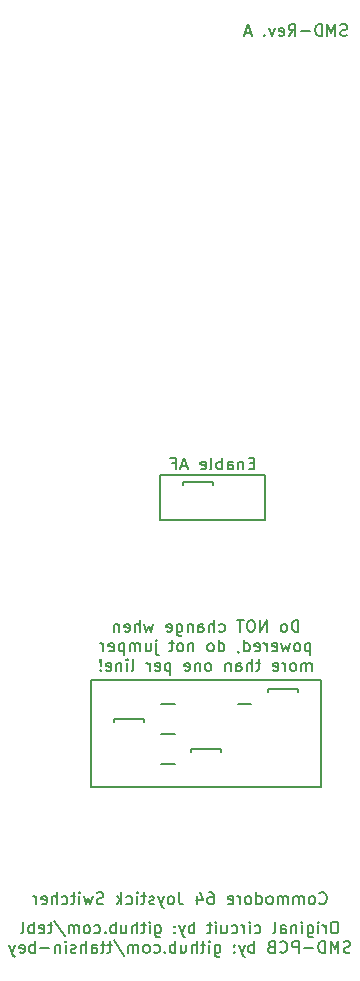
<source format=gbo>
%TF.GenerationSoftware,KiCad,Pcbnew,5.1.12-84ad8e8a86~92~ubuntu20.04.1*%
%TF.CreationDate,2021-12-12T16:01:27+01:00*%
%TF.ProjectId,C64 Joystick Switcher,43363420-4a6f-4797-9374-69636b205377,rev?*%
%TF.SameCoordinates,PX5b1e2c0PY21e9a40*%
%TF.FileFunction,Legend,Bot*%
%TF.FilePolarity,Positive*%
%FSLAX46Y46*%
G04 Gerber Fmt 4.6, Leading zero omitted, Abs format (unit mm)*
G04 Created by KiCad (PCBNEW 5.1.12-84ad8e8a86~92~ubuntu20.04.1) date 2021-12-12 16:01:27*
%MOMM*%
%LPD*%
G01*
G04 APERTURE LIST*
%ADD10C,0.200000*%
%ADD11C,0.150000*%
%ADD12C,1.152000*%
%ADD13C,1.620000*%
%ADD14C,2.100000*%
%ADD15C,1.750000*%
%ADD16R,1.600000X1.600000*%
%ADD17C,1.600000*%
%ADD18C,4.800000*%
%ADD19R,1.700000X1.700000*%
%ADD20O,1.700000X1.700000*%
G04 APERTURE END LIST*
D10*
X27656000Y-58140000D02*
X27656000Y-58420000D01*
X30196000Y-58140000D02*
X27656000Y-58140000D01*
X30196000Y-58420000D02*
X30196000Y-58140000D01*
X23701000Y-63220000D02*
X23701000Y-63500000D01*
X21161000Y-63220000D02*
X23701000Y-63220000D01*
X21161000Y-63500000D02*
X21161000Y-63220000D01*
X17196000Y-60680000D02*
X17196000Y-60960000D01*
X14656000Y-60680000D02*
X17196000Y-60680000D01*
X14656000Y-60960000D02*
X14656000Y-60680000D01*
D11*
X26496000Y-39068571D02*
X26162666Y-39068571D01*
X26019809Y-39592380D02*
X26496000Y-39592380D01*
X26496000Y-38592380D01*
X26019809Y-38592380D01*
X25591238Y-38925714D02*
X25591238Y-39592380D01*
X25591238Y-39020952D02*
X25543619Y-38973333D01*
X25448380Y-38925714D01*
X25305523Y-38925714D01*
X25210285Y-38973333D01*
X25162666Y-39068571D01*
X25162666Y-39592380D01*
X24257904Y-39592380D02*
X24257904Y-39068571D01*
X24305523Y-38973333D01*
X24400761Y-38925714D01*
X24591238Y-38925714D01*
X24686476Y-38973333D01*
X24257904Y-39544761D02*
X24353142Y-39592380D01*
X24591238Y-39592380D01*
X24686476Y-39544761D01*
X24734095Y-39449523D01*
X24734095Y-39354285D01*
X24686476Y-39259047D01*
X24591238Y-39211428D01*
X24353142Y-39211428D01*
X24257904Y-39163809D01*
X23781714Y-39592380D02*
X23781714Y-38592380D01*
X23781714Y-38973333D02*
X23686476Y-38925714D01*
X23496000Y-38925714D01*
X23400761Y-38973333D01*
X23353142Y-39020952D01*
X23305523Y-39116190D01*
X23305523Y-39401904D01*
X23353142Y-39497142D01*
X23400761Y-39544761D01*
X23496000Y-39592380D01*
X23686476Y-39592380D01*
X23781714Y-39544761D01*
X22734095Y-39592380D02*
X22829333Y-39544761D01*
X22876952Y-39449523D01*
X22876952Y-38592380D01*
X21972190Y-39544761D02*
X22067428Y-39592380D01*
X22257904Y-39592380D01*
X22353142Y-39544761D01*
X22400761Y-39449523D01*
X22400761Y-39068571D01*
X22353142Y-38973333D01*
X22257904Y-38925714D01*
X22067428Y-38925714D01*
X21972190Y-38973333D01*
X21924571Y-39068571D01*
X21924571Y-39163809D01*
X22400761Y-39259047D01*
X20781714Y-39306666D02*
X20305523Y-39306666D01*
X20876952Y-39592380D02*
X20543619Y-38592380D01*
X20210285Y-39592380D01*
X19543619Y-39068571D02*
X19876952Y-39068571D01*
X19876952Y-39592380D02*
X19876952Y-38592380D01*
X19400761Y-38592380D01*
D10*
X27441000Y-40035000D02*
X27441000Y-43845000D01*
X18551000Y-40035000D02*
X27441000Y-40035000D01*
X22996000Y-40640000D02*
X22996000Y-40920000D01*
X20456000Y-40640000D02*
X22996000Y-40640000D01*
X20456000Y-40920000D02*
X20456000Y-40640000D01*
X18551000Y-43845000D02*
X18551000Y-40035000D01*
X27441000Y-43845000D02*
X18551000Y-43845000D01*
D11*
X32017714Y-76297142D02*
X32065333Y-76344761D01*
X32208190Y-76392380D01*
X32303428Y-76392380D01*
X32446285Y-76344761D01*
X32541523Y-76249523D01*
X32589142Y-76154285D01*
X32636761Y-75963809D01*
X32636761Y-75820952D01*
X32589142Y-75630476D01*
X32541523Y-75535238D01*
X32446285Y-75440000D01*
X32303428Y-75392380D01*
X32208190Y-75392380D01*
X32065333Y-75440000D01*
X32017714Y-75487619D01*
X31446285Y-76392380D02*
X31541523Y-76344761D01*
X31589142Y-76297142D01*
X31636761Y-76201904D01*
X31636761Y-75916190D01*
X31589142Y-75820952D01*
X31541523Y-75773333D01*
X31446285Y-75725714D01*
X31303428Y-75725714D01*
X31208190Y-75773333D01*
X31160571Y-75820952D01*
X31112952Y-75916190D01*
X31112952Y-76201904D01*
X31160571Y-76297142D01*
X31208190Y-76344761D01*
X31303428Y-76392380D01*
X31446285Y-76392380D01*
X30684380Y-76392380D02*
X30684380Y-75725714D01*
X30684380Y-75820952D02*
X30636761Y-75773333D01*
X30541523Y-75725714D01*
X30398666Y-75725714D01*
X30303428Y-75773333D01*
X30255809Y-75868571D01*
X30255809Y-76392380D01*
X30255809Y-75868571D02*
X30208190Y-75773333D01*
X30112952Y-75725714D01*
X29970095Y-75725714D01*
X29874857Y-75773333D01*
X29827238Y-75868571D01*
X29827238Y-76392380D01*
X29351047Y-76392380D02*
X29351047Y-75725714D01*
X29351047Y-75820952D02*
X29303428Y-75773333D01*
X29208190Y-75725714D01*
X29065333Y-75725714D01*
X28970095Y-75773333D01*
X28922476Y-75868571D01*
X28922476Y-76392380D01*
X28922476Y-75868571D02*
X28874857Y-75773333D01*
X28779619Y-75725714D01*
X28636761Y-75725714D01*
X28541523Y-75773333D01*
X28493904Y-75868571D01*
X28493904Y-76392380D01*
X27874857Y-76392380D02*
X27970095Y-76344761D01*
X28017714Y-76297142D01*
X28065333Y-76201904D01*
X28065333Y-75916190D01*
X28017714Y-75820952D01*
X27970095Y-75773333D01*
X27874857Y-75725714D01*
X27732000Y-75725714D01*
X27636761Y-75773333D01*
X27589142Y-75820952D01*
X27541523Y-75916190D01*
X27541523Y-76201904D01*
X27589142Y-76297142D01*
X27636761Y-76344761D01*
X27732000Y-76392380D01*
X27874857Y-76392380D01*
X26684380Y-76392380D02*
X26684380Y-75392380D01*
X26684380Y-76344761D02*
X26779619Y-76392380D01*
X26970095Y-76392380D01*
X27065333Y-76344761D01*
X27112952Y-76297142D01*
X27160571Y-76201904D01*
X27160571Y-75916190D01*
X27112952Y-75820952D01*
X27065333Y-75773333D01*
X26970095Y-75725714D01*
X26779619Y-75725714D01*
X26684380Y-75773333D01*
X26065333Y-76392380D02*
X26160571Y-76344761D01*
X26208190Y-76297142D01*
X26255809Y-76201904D01*
X26255809Y-75916190D01*
X26208190Y-75820952D01*
X26160571Y-75773333D01*
X26065333Y-75725714D01*
X25922476Y-75725714D01*
X25827238Y-75773333D01*
X25779619Y-75820952D01*
X25732000Y-75916190D01*
X25732000Y-76201904D01*
X25779619Y-76297142D01*
X25827238Y-76344761D01*
X25922476Y-76392380D01*
X26065333Y-76392380D01*
X25303428Y-76392380D02*
X25303428Y-75725714D01*
X25303428Y-75916190D02*
X25255809Y-75820952D01*
X25208190Y-75773333D01*
X25112952Y-75725714D01*
X25017714Y-75725714D01*
X24303428Y-76344761D02*
X24398666Y-76392380D01*
X24589142Y-76392380D01*
X24684380Y-76344761D01*
X24732000Y-76249523D01*
X24732000Y-75868571D01*
X24684380Y-75773333D01*
X24589142Y-75725714D01*
X24398666Y-75725714D01*
X24303428Y-75773333D01*
X24255809Y-75868571D01*
X24255809Y-75963809D01*
X24732000Y-76059047D01*
X22636761Y-75392380D02*
X22827238Y-75392380D01*
X22922476Y-75440000D01*
X22970095Y-75487619D01*
X23065333Y-75630476D01*
X23112952Y-75820952D01*
X23112952Y-76201904D01*
X23065333Y-76297142D01*
X23017714Y-76344761D01*
X22922476Y-76392380D01*
X22732000Y-76392380D01*
X22636761Y-76344761D01*
X22589142Y-76297142D01*
X22541523Y-76201904D01*
X22541523Y-75963809D01*
X22589142Y-75868571D01*
X22636761Y-75820952D01*
X22732000Y-75773333D01*
X22922476Y-75773333D01*
X23017714Y-75820952D01*
X23065333Y-75868571D01*
X23112952Y-75963809D01*
X21684380Y-75725714D02*
X21684380Y-76392380D01*
X21922476Y-75344761D02*
X22160571Y-76059047D01*
X21541523Y-76059047D01*
X20112952Y-75392380D02*
X20112952Y-76106666D01*
X20160571Y-76249523D01*
X20255809Y-76344761D01*
X20398666Y-76392380D01*
X20493904Y-76392380D01*
X19493904Y-76392380D02*
X19589142Y-76344761D01*
X19636761Y-76297142D01*
X19684380Y-76201904D01*
X19684380Y-75916190D01*
X19636761Y-75820952D01*
X19589142Y-75773333D01*
X19493904Y-75725714D01*
X19351047Y-75725714D01*
X19255809Y-75773333D01*
X19208190Y-75820952D01*
X19160571Y-75916190D01*
X19160571Y-76201904D01*
X19208190Y-76297142D01*
X19255809Y-76344761D01*
X19351047Y-76392380D01*
X19493904Y-76392380D01*
X18827238Y-75725714D02*
X18589142Y-76392380D01*
X18351047Y-75725714D02*
X18589142Y-76392380D01*
X18684380Y-76630476D01*
X18732000Y-76678095D01*
X18827238Y-76725714D01*
X18017714Y-76344761D02*
X17922476Y-76392380D01*
X17732000Y-76392380D01*
X17636761Y-76344761D01*
X17589142Y-76249523D01*
X17589142Y-76201904D01*
X17636761Y-76106666D01*
X17732000Y-76059047D01*
X17874857Y-76059047D01*
X17970095Y-76011428D01*
X18017714Y-75916190D01*
X18017714Y-75868571D01*
X17970095Y-75773333D01*
X17874857Y-75725714D01*
X17732000Y-75725714D01*
X17636761Y-75773333D01*
X17303428Y-75725714D02*
X16922476Y-75725714D01*
X17160571Y-75392380D02*
X17160571Y-76249523D01*
X17112952Y-76344761D01*
X17017714Y-76392380D01*
X16922476Y-76392380D01*
X16589142Y-76392380D02*
X16589142Y-75725714D01*
X16589142Y-75392380D02*
X16636761Y-75440000D01*
X16589142Y-75487619D01*
X16541523Y-75440000D01*
X16589142Y-75392380D01*
X16589142Y-75487619D01*
X15684380Y-76344761D02*
X15779619Y-76392380D01*
X15970095Y-76392380D01*
X16065333Y-76344761D01*
X16112952Y-76297142D01*
X16160571Y-76201904D01*
X16160571Y-75916190D01*
X16112952Y-75820952D01*
X16065333Y-75773333D01*
X15970095Y-75725714D01*
X15779619Y-75725714D01*
X15684380Y-75773333D01*
X15255809Y-76392380D02*
X15255809Y-75392380D01*
X15160571Y-76011428D02*
X14874857Y-76392380D01*
X14874857Y-75725714D02*
X15255809Y-76106666D01*
X13732000Y-76344761D02*
X13589142Y-76392380D01*
X13351047Y-76392380D01*
X13255809Y-76344761D01*
X13208190Y-76297142D01*
X13160571Y-76201904D01*
X13160571Y-76106666D01*
X13208190Y-76011428D01*
X13255809Y-75963809D01*
X13351047Y-75916190D01*
X13541523Y-75868571D01*
X13636761Y-75820952D01*
X13684380Y-75773333D01*
X13732000Y-75678095D01*
X13732000Y-75582857D01*
X13684380Y-75487619D01*
X13636761Y-75440000D01*
X13541523Y-75392380D01*
X13303428Y-75392380D01*
X13160571Y-75440000D01*
X12827238Y-75725714D02*
X12636761Y-76392380D01*
X12446285Y-75916190D01*
X12255809Y-76392380D01*
X12065333Y-75725714D01*
X11684380Y-76392380D02*
X11684380Y-75725714D01*
X11684380Y-75392380D02*
X11732000Y-75440000D01*
X11684380Y-75487619D01*
X11636761Y-75440000D01*
X11684380Y-75392380D01*
X11684380Y-75487619D01*
X11351047Y-75725714D02*
X10970095Y-75725714D01*
X11208190Y-75392380D02*
X11208190Y-76249523D01*
X11160571Y-76344761D01*
X11065333Y-76392380D01*
X10970095Y-76392380D01*
X10208190Y-76344761D02*
X10303428Y-76392380D01*
X10493904Y-76392380D01*
X10589142Y-76344761D01*
X10636761Y-76297142D01*
X10684380Y-76201904D01*
X10684380Y-75916190D01*
X10636761Y-75820952D01*
X10589142Y-75773333D01*
X10493904Y-75725714D01*
X10303428Y-75725714D01*
X10208190Y-75773333D01*
X9779619Y-76392380D02*
X9779619Y-75392380D01*
X9351047Y-76392380D02*
X9351047Y-75868571D01*
X9398666Y-75773333D01*
X9493904Y-75725714D01*
X9636761Y-75725714D01*
X9732000Y-75773333D01*
X9779619Y-75820952D01*
X8493904Y-76344761D02*
X8589142Y-76392380D01*
X8779619Y-76392380D01*
X8874857Y-76344761D01*
X8922476Y-76249523D01*
X8922476Y-75868571D01*
X8874857Y-75773333D01*
X8779619Y-75725714D01*
X8589142Y-75725714D01*
X8493904Y-75773333D01*
X8446285Y-75868571D01*
X8446285Y-75963809D01*
X8922476Y-76059047D01*
X8017714Y-76392380D02*
X8017714Y-75725714D01*
X8017714Y-75916190D02*
X7970095Y-75820952D01*
X7922476Y-75773333D01*
X7827238Y-75725714D01*
X7732000Y-75725714D01*
D10*
X18606000Y-64520000D02*
X19756000Y-64520000D01*
X18606000Y-61980000D02*
X19756000Y-61980000D01*
X18606000Y-59440000D02*
X19756000Y-59440000D01*
X25106000Y-59440000D02*
X26256000Y-59440000D01*
D11*
X33398666Y-77867380D02*
X33208190Y-77867380D01*
X33112952Y-77915000D01*
X33017714Y-78010238D01*
X32970095Y-78200714D01*
X32970095Y-78534047D01*
X33017714Y-78724523D01*
X33112952Y-78819761D01*
X33208190Y-78867380D01*
X33398666Y-78867380D01*
X33493904Y-78819761D01*
X33589142Y-78724523D01*
X33636761Y-78534047D01*
X33636761Y-78200714D01*
X33589142Y-78010238D01*
X33493904Y-77915000D01*
X33398666Y-77867380D01*
X32541523Y-78867380D02*
X32541523Y-78200714D01*
X32541523Y-78391190D02*
X32493904Y-78295952D01*
X32446285Y-78248333D01*
X32351047Y-78200714D01*
X32255809Y-78200714D01*
X31922476Y-78867380D02*
X31922476Y-78200714D01*
X31922476Y-77867380D02*
X31970095Y-77915000D01*
X31922476Y-77962619D01*
X31874857Y-77915000D01*
X31922476Y-77867380D01*
X31922476Y-77962619D01*
X31017714Y-78200714D02*
X31017714Y-79010238D01*
X31065333Y-79105476D01*
X31112952Y-79153095D01*
X31208190Y-79200714D01*
X31351047Y-79200714D01*
X31446285Y-79153095D01*
X31017714Y-78819761D02*
X31112952Y-78867380D01*
X31303428Y-78867380D01*
X31398666Y-78819761D01*
X31446285Y-78772142D01*
X31493904Y-78676904D01*
X31493904Y-78391190D01*
X31446285Y-78295952D01*
X31398666Y-78248333D01*
X31303428Y-78200714D01*
X31112952Y-78200714D01*
X31017714Y-78248333D01*
X30541523Y-78867380D02*
X30541523Y-78200714D01*
X30541523Y-77867380D02*
X30589142Y-77915000D01*
X30541523Y-77962619D01*
X30493904Y-77915000D01*
X30541523Y-77867380D01*
X30541523Y-77962619D01*
X30065333Y-78200714D02*
X30065333Y-78867380D01*
X30065333Y-78295952D02*
X30017714Y-78248333D01*
X29922476Y-78200714D01*
X29779619Y-78200714D01*
X29684380Y-78248333D01*
X29636761Y-78343571D01*
X29636761Y-78867380D01*
X28732000Y-78867380D02*
X28732000Y-78343571D01*
X28779619Y-78248333D01*
X28874857Y-78200714D01*
X29065333Y-78200714D01*
X29160571Y-78248333D01*
X28732000Y-78819761D02*
X28827238Y-78867380D01*
X29065333Y-78867380D01*
X29160571Y-78819761D01*
X29208190Y-78724523D01*
X29208190Y-78629285D01*
X29160571Y-78534047D01*
X29065333Y-78486428D01*
X28827238Y-78486428D01*
X28732000Y-78438809D01*
X28112952Y-78867380D02*
X28208190Y-78819761D01*
X28255809Y-78724523D01*
X28255809Y-77867380D01*
X26541523Y-78819761D02*
X26636761Y-78867380D01*
X26827238Y-78867380D01*
X26922476Y-78819761D01*
X26970095Y-78772142D01*
X27017714Y-78676904D01*
X27017714Y-78391190D01*
X26970095Y-78295952D01*
X26922476Y-78248333D01*
X26827238Y-78200714D01*
X26636761Y-78200714D01*
X26541523Y-78248333D01*
X26112952Y-78867380D02*
X26112952Y-78200714D01*
X26112952Y-77867380D02*
X26160571Y-77915000D01*
X26112952Y-77962619D01*
X26065333Y-77915000D01*
X26112952Y-77867380D01*
X26112952Y-77962619D01*
X25636761Y-78867380D02*
X25636761Y-78200714D01*
X25636761Y-78391190D02*
X25589142Y-78295952D01*
X25541523Y-78248333D01*
X25446285Y-78200714D01*
X25351047Y-78200714D01*
X24589142Y-78819761D02*
X24684380Y-78867380D01*
X24874857Y-78867380D01*
X24970095Y-78819761D01*
X25017714Y-78772142D01*
X25065333Y-78676904D01*
X25065333Y-78391190D01*
X25017714Y-78295952D01*
X24970095Y-78248333D01*
X24874857Y-78200714D01*
X24684380Y-78200714D01*
X24589142Y-78248333D01*
X23732000Y-78200714D02*
X23732000Y-78867380D01*
X24160571Y-78200714D02*
X24160571Y-78724523D01*
X24112952Y-78819761D01*
X24017714Y-78867380D01*
X23874857Y-78867380D01*
X23779619Y-78819761D01*
X23732000Y-78772142D01*
X23255809Y-78867380D02*
X23255809Y-78200714D01*
X23255809Y-77867380D02*
X23303428Y-77915000D01*
X23255809Y-77962619D01*
X23208190Y-77915000D01*
X23255809Y-77867380D01*
X23255809Y-77962619D01*
X22922476Y-78200714D02*
X22541523Y-78200714D01*
X22779619Y-77867380D02*
X22779619Y-78724523D01*
X22732000Y-78819761D01*
X22636761Y-78867380D01*
X22541523Y-78867380D01*
X21446285Y-78867380D02*
X21446285Y-77867380D01*
X21446285Y-78248333D02*
X21351047Y-78200714D01*
X21160571Y-78200714D01*
X21065333Y-78248333D01*
X21017714Y-78295952D01*
X20970095Y-78391190D01*
X20970095Y-78676904D01*
X21017714Y-78772142D01*
X21065333Y-78819761D01*
X21160571Y-78867380D01*
X21351047Y-78867380D01*
X21446285Y-78819761D01*
X20636761Y-78200714D02*
X20398666Y-78867380D01*
X20160571Y-78200714D02*
X20398666Y-78867380D01*
X20493904Y-79105476D01*
X20541523Y-79153095D01*
X20636761Y-79200714D01*
X19779619Y-78772142D02*
X19732000Y-78819761D01*
X19779619Y-78867380D01*
X19827238Y-78819761D01*
X19779619Y-78772142D01*
X19779619Y-78867380D01*
X19779619Y-78248333D02*
X19732000Y-78295952D01*
X19779619Y-78343571D01*
X19827238Y-78295952D01*
X19779619Y-78248333D01*
X19779619Y-78343571D01*
X18112952Y-78200714D02*
X18112952Y-79010238D01*
X18160571Y-79105476D01*
X18208190Y-79153095D01*
X18303428Y-79200714D01*
X18446285Y-79200714D01*
X18541523Y-79153095D01*
X18112952Y-78819761D02*
X18208190Y-78867380D01*
X18398666Y-78867380D01*
X18493904Y-78819761D01*
X18541523Y-78772142D01*
X18589142Y-78676904D01*
X18589142Y-78391190D01*
X18541523Y-78295952D01*
X18493904Y-78248333D01*
X18398666Y-78200714D01*
X18208190Y-78200714D01*
X18112952Y-78248333D01*
X17636761Y-78867380D02*
X17636761Y-78200714D01*
X17636761Y-77867380D02*
X17684380Y-77915000D01*
X17636761Y-77962619D01*
X17589142Y-77915000D01*
X17636761Y-77867380D01*
X17636761Y-77962619D01*
X17303428Y-78200714D02*
X16922476Y-78200714D01*
X17160571Y-77867380D02*
X17160571Y-78724523D01*
X17112952Y-78819761D01*
X17017714Y-78867380D01*
X16922476Y-78867380D01*
X16589142Y-78867380D02*
X16589142Y-77867380D01*
X16160571Y-78867380D02*
X16160571Y-78343571D01*
X16208190Y-78248333D01*
X16303428Y-78200714D01*
X16446285Y-78200714D01*
X16541523Y-78248333D01*
X16589142Y-78295952D01*
X15255809Y-78200714D02*
X15255809Y-78867380D01*
X15684380Y-78200714D02*
X15684380Y-78724523D01*
X15636761Y-78819761D01*
X15541523Y-78867380D01*
X15398666Y-78867380D01*
X15303428Y-78819761D01*
X15255809Y-78772142D01*
X14779619Y-78867380D02*
X14779619Y-77867380D01*
X14779619Y-78248333D02*
X14684380Y-78200714D01*
X14493904Y-78200714D01*
X14398666Y-78248333D01*
X14351047Y-78295952D01*
X14303428Y-78391190D01*
X14303428Y-78676904D01*
X14351047Y-78772142D01*
X14398666Y-78819761D01*
X14493904Y-78867380D01*
X14684380Y-78867380D01*
X14779619Y-78819761D01*
X13874857Y-78772142D02*
X13827238Y-78819761D01*
X13874857Y-78867380D01*
X13922476Y-78819761D01*
X13874857Y-78772142D01*
X13874857Y-78867380D01*
X12970095Y-78819761D02*
X13065333Y-78867380D01*
X13255809Y-78867380D01*
X13351047Y-78819761D01*
X13398666Y-78772142D01*
X13446285Y-78676904D01*
X13446285Y-78391190D01*
X13398666Y-78295952D01*
X13351047Y-78248333D01*
X13255809Y-78200714D01*
X13065333Y-78200714D01*
X12970095Y-78248333D01*
X12398666Y-78867380D02*
X12493904Y-78819761D01*
X12541523Y-78772142D01*
X12589142Y-78676904D01*
X12589142Y-78391190D01*
X12541523Y-78295952D01*
X12493904Y-78248333D01*
X12398666Y-78200714D01*
X12255809Y-78200714D01*
X12160571Y-78248333D01*
X12112952Y-78295952D01*
X12065333Y-78391190D01*
X12065333Y-78676904D01*
X12112952Y-78772142D01*
X12160571Y-78819761D01*
X12255809Y-78867380D01*
X12398666Y-78867380D01*
X11636761Y-78867380D02*
X11636761Y-78200714D01*
X11636761Y-78295952D02*
X11589142Y-78248333D01*
X11493904Y-78200714D01*
X11351047Y-78200714D01*
X11255809Y-78248333D01*
X11208190Y-78343571D01*
X11208190Y-78867380D01*
X11208190Y-78343571D02*
X11160571Y-78248333D01*
X11065333Y-78200714D01*
X10922476Y-78200714D01*
X10827238Y-78248333D01*
X10779619Y-78343571D01*
X10779619Y-78867380D01*
X9589142Y-77819761D02*
X10446285Y-79105476D01*
X9398666Y-78200714D02*
X9017714Y-78200714D01*
X9255809Y-77867380D02*
X9255809Y-78724523D01*
X9208190Y-78819761D01*
X9112952Y-78867380D01*
X9017714Y-78867380D01*
X8303428Y-78819761D02*
X8398666Y-78867380D01*
X8589142Y-78867380D01*
X8684380Y-78819761D01*
X8732000Y-78724523D01*
X8732000Y-78343571D01*
X8684380Y-78248333D01*
X8589142Y-78200714D01*
X8398666Y-78200714D01*
X8303428Y-78248333D01*
X8255809Y-78343571D01*
X8255809Y-78438809D01*
X8732000Y-78534047D01*
X7827238Y-78867380D02*
X7827238Y-77867380D01*
X7827238Y-78248333D02*
X7732000Y-78200714D01*
X7541523Y-78200714D01*
X7446285Y-78248333D01*
X7398666Y-78295952D01*
X7351047Y-78391190D01*
X7351047Y-78676904D01*
X7398666Y-78772142D01*
X7446285Y-78819761D01*
X7541523Y-78867380D01*
X7732000Y-78867380D01*
X7827238Y-78819761D01*
X6779619Y-78867380D02*
X6874857Y-78819761D01*
X6922476Y-78724523D01*
X6922476Y-77867380D01*
X34636761Y-80469761D02*
X34493904Y-80517380D01*
X34255809Y-80517380D01*
X34160571Y-80469761D01*
X34112952Y-80422142D01*
X34065333Y-80326904D01*
X34065333Y-80231666D01*
X34112952Y-80136428D01*
X34160571Y-80088809D01*
X34255809Y-80041190D01*
X34446285Y-79993571D01*
X34541523Y-79945952D01*
X34589142Y-79898333D01*
X34636761Y-79803095D01*
X34636761Y-79707857D01*
X34589142Y-79612619D01*
X34541523Y-79565000D01*
X34446285Y-79517380D01*
X34208190Y-79517380D01*
X34065333Y-79565000D01*
X33636761Y-80517380D02*
X33636761Y-79517380D01*
X33303428Y-80231666D01*
X32970095Y-79517380D01*
X32970095Y-80517380D01*
X32493904Y-80517380D02*
X32493904Y-79517380D01*
X32255809Y-79517380D01*
X32112952Y-79565000D01*
X32017714Y-79660238D01*
X31970095Y-79755476D01*
X31922476Y-79945952D01*
X31922476Y-80088809D01*
X31970095Y-80279285D01*
X32017714Y-80374523D01*
X32112952Y-80469761D01*
X32255809Y-80517380D01*
X32493904Y-80517380D01*
X31493904Y-80136428D02*
X30732000Y-80136428D01*
X30255809Y-80517380D02*
X30255809Y-79517380D01*
X29874857Y-79517380D01*
X29779619Y-79565000D01*
X29732000Y-79612619D01*
X29684380Y-79707857D01*
X29684380Y-79850714D01*
X29732000Y-79945952D01*
X29779619Y-79993571D01*
X29874857Y-80041190D01*
X30255809Y-80041190D01*
X28684380Y-80422142D02*
X28732000Y-80469761D01*
X28874857Y-80517380D01*
X28970095Y-80517380D01*
X29112952Y-80469761D01*
X29208190Y-80374523D01*
X29255809Y-80279285D01*
X29303428Y-80088809D01*
X29303428Y-79945952D01*
X29255809Y-79755476D01*
X29208190Y-79660238D01*
X29112952Y-79565000D01*
X28970095Y-79517380D01*
X28874857Y-79517380D01*
X28732000Y-79565000D01*
X28684380Y-79612619D01*
X27922476Y-79993571D02*
X27779619Y-80041190D01*
X27732000Y-80088809D01*
X27684380Y-80184047D01*
X27684380Y-80326904D01*
X27732000Y-80422142D01*
X27779619Y-80469761D01*
X27874857Y-80517380D01*
X28255809Y-80517380D01*
X28255809Y-79517380D01*
X27922476Y-79517380D01*
X27827238Y-79565000D01*
X27779619Y-79612619D01*
X27732000Y-79707857D01*
X27732000Y-79803095D01*
X27779619Y-79898333D01*
X27827238Y-79945952D01*
X27922476Y-79993571D01*
X28255809Y-79993571D01*
X26493904Y-80517380D02*
X26493904Y-79517380D01*
X26493904Y-79898333D02*
X26398666Y-79850714D01*
X26208190Y-79850714D01*
X26112952Y-79898333D01*
X26065333Y-79945952D01*
X26017714Y-80041190D01*
X26017714Y-80326904D01*
X26065333Y-80422142D01*
X26112952Y-80469761D01*
X26208190Y-80517380D01*
X26398666Y-80517380D01*
X26493904Y-80469761D01*
X25684380Y-79850714D02*
X25446285Y-80517380D01*
X25208190Y-79850714D02*
X25446285Y-80517380D01*
X25541523Y-80755476D01*
X25589142Y-80803095D01*
X25684380Y-80850714D01*
X24827238Y-80422142D02*
X24779619Y-80469761D01*
X24827238Y-80517380D01*
X24874857Y-80469761D01*
X24827238Y-80422142D01*
X24827238Y-80517380D01*
X24827238Y-79898333D02*
X24779619Y-79945952D01*
X24827238Y-79993571D01*
X24874857Y-79945952D01*
X24827238Y-79898333D01*
X24827238Y-79993571D01*
X23160571Y-79850714D02*
X23160571Y-80660238D01*
X23208190Y-80755476D01*
X23255809Y-80803095D01*
X23351047Y-80850714D01*
X23493904Y-80850714D01*
X23589142Y-80803095D01*
X23160571Y-80469761D02*
X23255809Y-80517380D01*
X23446285Y-80517380D01*
X23541523Y-80469761D01*
X23589142Y-80422142D01*
X23636761Y-80326904D01*
X23636761Y-80041190D01*
X23589142Y-79945952D01*
X23541523Y-79898333D01*
X23446285Y-79850714D01*
X23255809Y-79850714D01*
X23160571Y-79898333D01*
X22684380Y-80517380D02*
X22684380Y-79850714D01*
X22684380Y-79517380D02*
X22732000Y-79565000D01*
X22684380Y-79612619D01*
X22636761Y-79565000D01*
X22684380Y-79517380D01*
X22684380Y-79612619D01*
X22351047Y-79850714D02*
X21970095Y-79850714D01*
X22208190Y-79517380D02*
X22208190Y-80374523D01*
X22160571Y-80469761D01*
X22065333Y-80517380D01*
X21970095Y-80517380D01*
X21636761Y-80517380D02*
X21636761Y-79517380D01*
X21208190Y-80517380D02*
X21208190Y-79993571D01*
X21255809Y-79898333D01*
X21351047Y-79850714D01*
X21493904Y-79850714D01*
X21589142Y-79898333D01*
X21636761Y-79945952D01*
X20303428Y-79850714D02*
X20303428Y-80517380D01*
X20732000Y-79850714D02*
X20732000Y-80374523D01*
X20684380Y-80469761D01*
X20589142Y-80517380D01*
X20446285Y-80517380D01*
X20351047Y-80469761D01*
X20303428Y-80422142D01*
X19827238Y-80517380D02*
X19827238Y-79517380D01*
X19827238Y-79898333D02*
X19732000Y-79850714D01*
X19541523Y-79850714D01*
X19446285Y-79898333D01*
X19398666Y-79945952D01*
X19351047Y-80041190D01*
X19351047Y-80326904D01*
X19398666Y-80422142D01*
X19446285Y-80469761D01*
X19541523Y-80517380D01*
X19732000Y-80517380D01*
X19827238Y-80469761D01*
X18922476Y-80422142D02*
X18874857Y-80469761D01*
X18922476Y-80517380D01*
X18970095Y-80469761D01*
X18922476Y-80422142D01*
X18922476Y-80517380D01*
X18017714Y-80469761D02*
X18112952Y-80517380D01*
X18303428Y-80517380D01*
X18398666Y-80469761D01*
X18446285Y-80422142D01*
X18493904Y-80326904D01*
X18493904Y-80041190D01*
X18446285Y-79945952D01*
X18398666Y-79898333D01*
X18303428Y-79850714D01*
X18112952Y-79850714D01*
X18017714Y-79898333D01*
X17446285Y-80517380D02*
X17541523Y-80469761D01*
X17589142Y-80422142D01*
X17636761Y-80326904D01*
X17636761Y-80041190D01*
X17589142Y-79945952D01*
X17541523Y-79898333D01*
X17446285Y-79850714D01*
X17303428Y-79850714D01*
X17208190Y-79898333D01*
X17160571Y-79945952D01*
X17112952Y-80041190D01*
X17112952Y-80326904D01*
X17160571Y-80422142D01*
X17208190Y-80469761D01*
X17303428Y-80517380D01*
X17446285Y-80517380D01*
X16684380Y-80517380D02*
X16684380Y-79850714D01*
X16684380Y-79945952D02*
X16636761Y-79898333D01*
X16541523Y-79850714D01*
X16398666Y-79850714D01*
X16303428Y-79898333D01*
X16255809Y-79993571D01*
X16255809Y-80517380D01*
X16255809Y-79993571D02*
X16208190Y-79898333D01*
X16112952Y-79850714D01*
X15970095Y-79850714D01*
X15874857Y-79898333D01*
X15827238Y-79993571D01*
X15827238Y-80517380D01*
X14636761Y-79469761D02*
X15493904Y-80755476D01*
X14446285Y-79850714D02*
X14065333Y-79850714D01*
X14303428Y-79517380D02*
X14303428Y-80374523D01*
X14255809Y-80469761D01*
X14160571Y-80517380D01*
X14065333Y-80517380D01*
X13874857Y-79850714D02*
X13493904Y-79850714D01*
X13732000Y-79517380D02*
X13732000Y-80374523D01*
X13684380Y-80469761D01*
X13589142Y-80517380D01*
X13493904Y-80517380D01*
X12732000Y-80517380D02*
X12732000Y-79993571D01*
X12779619Y-79898333D01*
X12874857Y-79850714D01*
X13065333Y-79850714D01*
X13160571Y-79898333D01*
X12732000Y-80469761D02*
X12827238Y-80517380D01*
X13065333Y-80517380D01*
X13160571Y-80469761D01*
X13208190Y-80374523D01*
X13208190Y-80279285D01*
X13160571Y-80184047D01*
X13065333Y-80136428D01*
X12827238Y-80136428D01*
X12732000Y-80088809D01*
X12255809Y-80517380D02*
X12255809Y-79517380D01*
X11827238Y-80517380D02*
X11827238Y-79993571D01*
X11874857Y-79898333D01*
X11970095Y-79850714D01*
X12112952Y-79850714D01*
X12208190Y-79898333D01*
X12255809Y-79945952D01*
X11398666Y-80469761D02*
X11303428Y-80517380D01*
X11112952Y-80517380D01*
X11017714Y-80469761D01*
X10970095Y-80374523D01*
X10970095Y-80326904D01*
X11017714Y-80231666D01*
X11112952Y-80184047D01*
X11255809Y-80184047D01*
X11351047Y-80136428D01*
X11398666Y-80041190D01*
X11398666Y-79993571D01*
X11351047Y-79898333D01*
X11255809Y-79850714D01*
X11112952Y-79850714D01*
X11017714Y-79898333D01*
X10541523Y-80517380D02*
X10541523Y-79850714D01*
X10541523Y-79517380D02*
X10589142Y-79565000D01*
X10541523Y-79612619D01*
X10493904Y-79565000D01*
X10541523Y-79517380D01*
X10541523Y-79612619D01*
X10065333Y-79850714D02*
X10065333Y-80517380D01*
X10065333Y-79945952D02*
X10017714Y-79898333D01*
X9922476Y-79850714D01*
X9779619Y-79850714D01*
X9684380Y-79898333D01*
X9636761Y-79993571D01*
X9636761Y-80517380D01*
X9160571Y-80136428D02*
X8398666Y-80136428D01*
X7922476Y-80517380D02*
X7922476Y-79517380D01*
X7922476Y-79898333D02*
X7827238Y-79850714D01*
X7636761Y-79850714D01*
X7541523Y-79898333D01*
X7493904Y-79945952D01*
X7446285Y-80041190D01*
X7446285Y-80326904D01*
X7493904Y-80422142D01*
X7541523Y-80469761D01*
X7636761Y-80517380D01*
X7827238Y-80517380D01*
X7922476Y-80469761D01*
X6636761Y-80469761D02*
X6732000Y-80517380D01*
X6922476Y-80517380D01*
X7017714Y-80469761D01*
X7065333Y-80374523D01*
X7065333Y-79993571D01*
X7017714Y-79898333D01*
X6922476Y-79850714D01*
X6732000Y-79850714D01*
X6636761Y-79898333D01*
X6589142Y-79993571D01*
X6589142Y-80088809D01*
X7065333Y-80184047D01*
X6255809Y-79850714D02*
X6017714Y-80517380D01*
X5779619Y-79850714D02*
X6017714Y-80517380D01*
X6112952Y-80755476D01*
X6160571Y-80803095D01*
X6255809Y-80850714D01*
X34368023Y-2844761D02*
X34225166Y-2892380D01*
X33987071Y-2892380D01*
X33891833Y-2844761D01*
X33844214Y-2797142D01*
X33796595Y-2701904D01*
X33796595Y-2606666D01*
X33844214Y-2511428D01*
X33891833Y-2463809D01*
X33987071Y-2416190D01*
X34177547Y-2368571D01*
X34272785Y-2320952D01*
X34320404Y-2273333D01*
X34368023Y-2178095D01*
X34368023Y-2082857D01*
X34320404Y-1987619D01*
X34272785Y-1940000D01*
X34177547Y-1892380D01*
X33939452Y-1892380D01*
X33796595Y-1940000D01*
X33368023Y-2892380D02*
X33368023Y-1892380D01*
X33034690Y-2606666D01*
X32701357Y-1892380D01*
X32701357Y-2892380D01*
X32225166Y-2892380D02*
X32225166Y-1892380D01*
X31987071Y-1892380D01*
X31844214Y-1940000D01*
X31748976Y-2035238D01*
X31701357Y-2130476D01*
X31653738Y-2320952D01*
X31653738Y-2463809D01*
X31701357Y-2654285D01*
X31748976Y-2749523D01*
X31844214Y-2844761D01*
X31987071Y-2892380D01*
X32225166Y-2892380D01*
X31225166Y-2511428D02*
X30463261Y-2511428D01*
X29415642Y-2892380D02*
X29748976Y-2416190D01*
X29987071Y-2892380D02*
X29987071Y-1892380D01*
X29606119Y-1892380D01*
X29510880Y-1940000D01*
X29463261Y-1987619D01*
X29415642Y-2082857D01*
X29415642Y-2225714D01*
X29463261Y-2320952D01*
X29510880Y-2368571D01*
X29606119Y-2416190D01*
X29987071Y-2416190D01*
X28606119Y-2844761D02*
X28701357Y-2892380D01*
X28891833Y-2892380D01*
X28987071Y-2844761D01*
X29034690Y-2749523D01*
X29034690Y-2368571D01*
X28987071Y-2273333D01*
X28891833Y-2225714D01*
X28701357Y-2225714D01*
X28606119Y-2273333D01*
X28558500Y-2368571D01*
X28558500Y-2463809D01*
X29034690Y-2559047D01*
X28225166Y-2225714D02*
X27987071Y-2892380D01*
X27748976Y-2225714D01*
X27368023Y-2797142D02*
X27320404Y-2844761D01*
X27368023Y-2892380D01*
X27415642Y-2844761D01*
X27368023Y-2797142D01*
X27368023Y-2892380D01*
X26177547Y-2606666D02*
X25701357Y-2606666D01*
X26272785Y-2892380D02*
X25939452Y-1892380D01*
X25606119Y-2892380D01*
D10*
X12656000Y-66520000D02*
X32196000Y-66520000D01*
X12656000Y-57440000D02*
X12656000Y-66520000D01*
X32196000Y-57440000D02*
X12656000Y-57440000D01*
X32196000Y-66520000D02*
X32196000Y-57440000D01*
D11*
X30235523Y-53342380D02*
X30235523Y-52342380D01*
X29997428Y-52342380D01*
X29854571Y-52390000D01*
X29759333Y-52485238D01*
X29711714Y-52580476D01*
X29664095Y-52770952D01*
X29664095Y-52913809D01*
X29711714Y-53104285D01*
X29759333Y-53199523D01*
X29854571Y-53294761D01*
X29997428Y-53342380D01*
X30235523Y-53342380D01*
X29092666Y-53342380D02*
X29187904Y-53294761D01*
X29235523Y-53247142D01*
X29283142Y-53151904D01*
X29283142Y-52866190D01*
X29235523Y-52770952D01*
X29187904Y-52723333D01*
X29092666Y-52675714D01*
X28949809Y-52675714D01*
X28854571Y-52723333D01*
X28806952Y-52770952D01*
X28759333Y-52866190D01*
X28759333Y-53151904D01*
X28806952Y-53247142D01*
X28854571Y-53294761D01*
X28949809Y-53342380D01*
X29092666Y-53342380D01*
X27568857Y-53342380D02*
X27568857Y-52342380D01*
X26997428Y-53342380D01*
X26997428Y-52342380D01*
X26330761Y-52342380D02*
X26140285Y-52342380D01*
X26045047Y-52390000D01*
X25949809Y-52485238D01*
X25902190Y-52675714D01*
X25902190Y-53009047D01*
X25949809Y-53199523D01*
X26045047Y-53294761D01*
X26140285Y-53342380D01*
X26330761Y-53342380D01*
X26426000Y-53294761D01*
X26521238Y-53199523D01*
X26568857Y-53009047D01*
X26568857Y-52675714D01*
X26521238Y-52485238D01*
X26426000Y-52390000D01*
X26330761Y-52342380D01*
X25616476Y-52342380D02*
X25045047Y-52342380D01*
X25330761Y-53342380D02*
X25330761Y-52342380D01*
X23521238Y-53294761D02*
X23616476Y-53342380D01*
X23806952Y-53342380D01*
X23902190Y-53294761D01*
X23949809Y-53247142D01*
X23997428Y-53151904D01*
X23997428Y-52866190D01*
X23949809Y-52770952D01*
X23902190Y-52723333D01*
X23806952Y-52675714D01*
X23616476Y-52675714D01*
X23521238Y-52723333D01*
X23092666Y-53342380D02*
X23092666Y-52342380D01*
X22664095Y-53342380D02*
X22664095Y-52818571D01*
X22711714Y-52723333D01*
X22806952Y-52675714D01*
X22949809Y-52675714D01*
X23045047Y-52723333D01*
X23092666Y-52770952D01*
X21759333Y-53342380D02*
X21759333Y-52818571D01*
X21806952Y-52723333D01*
X21902190Y-52675714D01*
X22092666Y-52675714D01*
X22187904Y-52723333D01*
X21759333Y-53294761D02*
X21854571Y-53342380D01*
X22092666Y-53342380D01*
X22187904Y-53294761D01*
X22235523Y-53199523D01*
X22235523Y-53104285D01*
X22187904Y-53009047D01*
X22092666Y-52961428D01*
X21854571Y-52961428D01*
X21759333Y-52913809D01*
X21283142Y-52675714D02*
X21283142Y-53342380D01*
X21283142Y-52770952D02*
X21235523Y-52723333D01*
X21140285Y-52675714D01*
X20997428Y-52675714D01*
X20902190Y-52723333D01*
X20854571Y-52818571D01*
X20854571Y-53342380D01*
X19949809Y-52675714D02*
X19949809Y-53485238D01*
X19997428Y-53580476D01*
X20045047Y-53628095D01*
X20140285Y-53675714D01*
X20283142Y-53675714D01*
X20378380Y-53628095D01*
X19949809Y-53294761D02*
X20045047Y-53342380D01*
X20235523Y-53342380D01*
X20330761Y-53294761D01*
X20378380Y-53247142D01*
X20426000Y-53151904D01*
X20426000Y-52866190D01*
X20378380Y-52770952D01*
X20330761Y-52723333D01*
X20235523Y-52675714D01*
X20045047Y-52675714D01*
X19949809Y-52723333D01*
X19092666Y-53294761D02*
X19187904Y-53342380D01*
X19378380Y-53342380D01*
X19473619Y-53294761D01*
X19521238Y-53199523D01*
X19521238Y-52818571D01*
X19473619Y-52723333D01*
X19378380Y-52675714D01*
X19187904Y-52675714D01*
X19092666Y-52723333D01*
X19045047Y-52818571D01*
X19045047Y-52913809D01*
X19521238Y-53009047D01*
X17949809Y-52675714D02*
X17759333Y-53342380D01*
X17568857Y-52866190D01*
X17378380Y-53342380D01*
X17187904Y-52675714D01*
X16806952Y-53342380D02*
X16806952Y-52342380D01*
X16378380Y-53342380D02*
X16378380Y-52818571D01*
X16426000Y-52723333D01*
X16521238Y-52675714D01*
X16664095Y-52675714D01*
X16759333Y-52723333D01*
X16806952Y-52770952D01*
X15521238Y-53294761D02*
X15616476Y-53342380D01*
X15806952Y-53342380D01*
X15902190Y-53294761D01*
X15949809Y-53199523D01*
X15949809Y-52818571D01*
X15902190Y-52723333D01*
X15806952Y-52675714D01*
X15616476Y-52675714D01*
X15521238Y-52723333D01*
X15473619Y-52818571D01*
X15473619Y-52913809D01*
X15949809Y-53009047D01*
X15045047Y-52675714D02*
X15045047Y-53342380D01*
X15045047Y-52770952D02*
X14997428Y-52723333D01*
X14902190Y-52675714D01*
X14759333Y-52675714D01*
X14664095Y-52723333D01*
X14616476Y-52818571D01*
X14616476Y-53342380D01*
X31259333Y-54325714D02*
X31259333Y-55325714D01*
X31259333Y-54373333D02*
X31164095Y-54325714D01*
X30973619Y-54325714D01*
X30878380Y-54373333D01*
X30830761Y-54420952D01*
X30783142Y-54516190D01*
X30783142Y-54801904D01*
X30830761Y-54897142D01*
X30878380Y-54944761D01*
X30973619Y-54992380D01*
X31164095Y-54992380D01*
X31259333Y-54944761D01*
X30211714Y-54992380D02*
X30306952Y-54944761D01*
X30354571Y-54897142D01*
X30402190Y-54801904D01*
X30402190Y-54516190D01*
X30354571Y-54420952D01*
X30306952Y-54373333D01*
X30211714Y-54325714D01*
X30068857Y-54325714D01*
X29973619Y-54373333D01*
X29926000Y-54420952D01*
X29878380Y-54516190D01*
X29878380Y-54801904D01*
X29926000Y-54897142D01*
X29973619Y-54944761D01*
X30068857Y-54992380D01*
X30211714Y-54992380D01*
X29545047Y-54325714D02*
X29354571Y-54992380D01*
X29164095Y-54516190D01*
X28973619Y-54992380D01*
X28783142Y-54325714D01*
X28021238Y-54944761D02*
X28116476Y-54992380D01*
X28306952Y-54992380D01*
X28402190Y-54944761D01*
X28449809Y-54849523D01*
X28449809Y-54468571D01*
X28402190Y-54373333D01*
X28306952Y-54325714D01*
X28116476Y-54325714D01*
X28021238Y-54373333D01*
X27973619Y-54468571D01*
X27973619Y-54563809D01*
X28449809Y-54659047D01*
X27545047Y-54992380D02*
X27545047Y-54325714D01*
X27545047Y-54516190D02*
X27497428Y-54420952D01*
X27449809Y-54373333D01*
X27354571Y-54325714D01*
X27259333Y-54325714D01*
X26545047Y-54944761D02*
X26640285Y-54992380D01*
X26830761Y-54992380D01*
X26926000Y-54944761D01*
X26973619Y-54849523D01*
X26973619Y-54468571D01*
X26926000Y-54373333D01*
X26830761Y-54325714D01*
X26640285Y-54325714D01*
X26545047Y-54373333D01*
X26497428Y-54468571D01*
X26497428Y-54563809D01*
X26973619Y-54659047D01*
X25640285Y-54992380D02*
X25640285Y-53992380D01*
X25640285Y-54944761D02*
X25735523Y-54992380D01*
X25926000Y-54992380D01*
X26021238Y-54944761D01*
X26068857Y-54897142D01*
X26116476Y-54801904D01*
X26116476Y-54516190D01*
X26068857Y-54420952D01*
X26021238Y-54373333D01*
X25926000Y-54325714D01*
X25735523Y-54325714D01*
X25640285Y-54373333D01*
X25116476Y-54944761D02*
X25116476Y-54992380D01*
X25164095Y-55087619D01*
X25211714Y-55135238D01*
X23497428Y-54992380D02*
X23497428Y-53992380D01*
X23497428Y-54944761D02*
X23592666Y-54992380D01*
X23783142Y-54992380D01*
X23878380Y-54944761D01*
X23926000Y-54897142D01*
X23973619Y-54801904D01*
X23973619Y-54516190D01*
X23926000Y-54420952D01*
X23878380Y-54373333D01*
X23783142Y-54325714D01*
X23592666Y-54325714D01*
X23497428Y-54373333D01*
X22878380Y-54992380D02*
X22973619Y-54944761D01*
X23021238Y-54897142D01*
X23068857Y-54801904D01*
X23068857Y-54516190D01*
X23021238Y-54420952D01*
X22973619Y-54373333D01*
X22878380Y-54325714D01*
X22735523Y-54325714D01*
X22640285Y-54373333D01*
X22592666Y-54420952D01*
X22545047Y-54516190D01*
X22545047Y-54801904D01*
X22592666Y-54897142D01*
X22640285Y-54944761D01*
X22735523Y-54992380D01*
X22878380Y-54992380D01*
X21354571Y-54325714D02*
X21354571Y-54992380D01*
X21354571Y-54420952D02*
X21306952Y-54373333D01*
X21211714Y-54325714D01*
X21068857Y-54325714D01*
X20973619Y-54373333D01*
X20926000Y-54468571D01*
X20926000Y-54992380D01*
X20306952Y-54992380D02*
X20402190Y-54944761D01*
X20449809Y-54897142D01*
X20497428Y-54801904D01*
X20497428Y-54516190D01*
X20449809Y-54420952D01*
X20402190Y-54373333D01*
X20306952Y-54325714D01*
X20164095Y-54325714D01*
X20068857Y-54373333D01*
X20021238Y-54420952D01*
X19973619Y-54516190D01*
X19973619Y-54801904D01*
X20021238Y-54897142D01*
X20068857Y-54944761D01*
X20164095Y-54992380D01*
X20306952Y-54992380D01*
X19687904Y-54325714D02*
X19306952Y-54325714D01*
X19545047Y-53992380D02*
X19545047Y-54849523D01*
X19497428Y-54944761D01*
X19402190Y-54992380D01*
X19306952Y-54992380D01*
X18211714Y-54325714D02*
X18211714Y-55182857D01*
X18259333Y-55278095D01*
X18354571Y-55325714D01*
X18402190Y-55325714D01*
X18211714Y-53992380D02*
X18259333Y-54040000D01*
X18211714Y-54087619D01*
X18164095Y-54040000D01*
X18211714Y-53992380D01*
X18211714Y-54087619D01*
X17306952Y-54325714D02*
X17306952Y-54992380D01*
X17735523Y-54325714D02*
X17735523Y-54849523D01*
X17687904Y-54944761D01*
X17592666Y-54992380D01*
X17449809Y-54992380D01*
X17354571Y-54944761D01*
X17306952Y-54897142D01*
X16830761Y-54992380D02*
X16830761Y-54325714D01*
X16830761Y-54420952D02*
X16783142Y-54373333D01*
X16687904Y-54325714D01*
X16545047Y-54325714D01*
X16449809Y-54373333D01*
X16402190Y-54468571D01*
X16402190Y-54992380D01*
X16402190Y-54468571D02*
X16354571Y-54373333D01*
X16259333Y-54325714D01*
X16116476Y-54325714D01*
X16021238Y-54373333D01*
X15973619Y-54468571D01*
X15973619Y-54992380D01*
X15497428Y-54325714D02*
X15497428Y-55325714D01*
X15497428Y-54373333D02*
X15402190Y-54325714D01*
X15211714Y-54325714D01*
X15116476Y-54373333D01*
X15068857Y-54420952D01*
X15021238Y-54516190D01*
X15021238Y-54801904D01*
X15068857Y-54897142D01*
X15116476Y-54944761D01*
X15211714Y-54992380D01*
X15402190Y-54992380D01*
X15497428Y-54944761D01*
X14211714Y-54944761D02*
X14306952Y-54992380D01*
X14497428Y-54992380D01*
X14592666Y-54944761D01*
X14640285Y-54849523D01*
X14640285Y-54468571D01*
X14592666Y-54373333D01*
X14497428Y-54325714D01*
X14306952Y-54325714D01*
X14211714Y-54373333D01*
X14164095Y-54468571D01*
X14164095Y-54563809D01*
X14640285Y-54659047D01*
X13735523Y-54992380D02*
X13735523Y-54325714D01*
X13735523Y-54516190D02*
X13687904Y-54420952D01*
X13640285Y-54373333D01*
X13545047Y-54325714D01*
X13449809Y-54325714D01*
X31354571Y-56642380D02*
X31354571Y-55975714D01*
X31354571Y-56070952D02*
X31306952Y-56023333D01*
X31211714Y-55975714D01*
X31068857Y-55975714D01*
X30973619Y-56023333D01*
X30926000Y-56118571D01*
X30926000Y-56642380D01*
X30926000Y-56118571D02*
X30878380Y-56023333D01*
X30783142Y-55975714D01*
X30640285Y-55975714D01*
X30545047Y-56023333D01*
X30497428Y-56118571D01*
X30497428Y-56642380D01*
X29878380Y-56642380D02*
X29973619Y-56594761D01*
X30021238Y-56547142D01*
X30068857Y-56451904D01*
X30068857Y-56166190D01*
X30021238Y-56070952D01*
X29973619Y-56023333D01*
X29878380Y-55975714D01*
X29735523Y-55975714D01*
X29640285Y-56023333D01*
X29592666Y-56070952D01*
X29545047Y-56166190D01*
X29545047Y-56451904D01*
X29592666Y-56547142D01*
X29640285Y-56594761D01*
X29735523Y-56642380D01*
X29878380Y-56642380D01*
X29116476Y-56642380D02*
X29116476Y-55975714D01*
X29116476Y-56166190D02*
X29068857Y-56070952D01*
X29021238Y-56023333D01*
X28926000Y-55975714D01*
X28830761Y-55975714D01*
X28116476Y-56594761D02*
X28211714Y-56642380D01*
X28402190Y-56642380D01*
X28497428Y-56594761D01*
X28545047Y-56499523D01*
X28545047Y-56118571D01*
X28497428Y-56023333D01*
X28402190Y-55975714D01*
X28211714Y-55975714D01*
X28116476Y-56023333D01*
X28068857Y-56118571D01*
X28068857Y-56213809D01*
X28545047Y-56309047D01*
X27021238Y-55975714D02*
X26640285Y-55975714D01*
X26878380Y-55642380D02*
X26878380Y-56499523D01*
X26830761Y-56594761D01*
X26735523Y-56642380D01*
X26640285Y-56642380D01*
X26306952Y-56642380D02*
X26306952Y-55642380D01*
X25878380Y-56642380D02*
X25878380Y-56118571D01*
X25926000Y-56023333D01*
X26021238Y-55975714D01*
X26164095Y-55975714D01*
X26259333Y-56023333D01*
X26306952Y-56070952D01*
X24973619Y-56642380D02*
X24973619Y-56118571D01*
X25021238Y-56023333D01*
X25116476Y-55975714D01*
X25306952Y-55975714D01*
X25402190Y-56023333D01*
X24973619Y-56594761D02*
X25068857Y-56642380D01*
X25306952Y-56642380D01*
X25402190Y-56594761D01*
X25449809Y-56499523D01*
X25449809Y-56404285D01*
X25402190Y-56309047D01*
X25306952Y-56261428D01*
X25068857Y-56261428D01*
X24973619Y-56213809D01*
X24497428Y-55975714D02*
X24497428Y-56642380D01*
X24497428Y-56070952D02*
X24449809Y-56023333D01*
X24354571Y-55975714D01*
X24211714Y-55975714D01*
X24116476Y-56023333D01*
X24068857Y-56118571D01*
X24068857Y-56642380D01*
X22687904Y-56642380D02*
X22783142Y-56594761D01*
X22830761Y-56547142D01*
X22878380Y-56451904D01*
X22878380Y-56166190D01*
X22830761Y-56070952D01*
X22783142Y-56023333D01*
X22687904Y-55975714D01*
X22545047Y-55975714D01*
X22449809Y-56023333D01*
X22402190Y-56070952D01*
X22354571Y-56166190D01*
X22354571Y-56451904D01*
X22402190Y-56547142D01*
X22449809Y-56594761D01*
X22545047Y-56642380D01*
X22687904Y-56642380D01*
X21926000Y-55975714D02*
X21926000Y-56642380D01*
X21926000Y-56070952D02*
X21878380Y-56023333D01*
X21783142Y-55975714D01*
X21640285Y-55975714D01*
X21545047Y-56023333D01*
X21497428Y-56118571D01*
X21497428Y-56642380D01*
X20640285Y-56594761D02*
X20735523Y-56642380D01*
X20926000Y-56642380D01*
X21021238Y-56594761D01*
X21068857Y-56499523D01*
X21068857Y-56118571D01*
X21021238Y-56023333D01*
X20926000Y-55975714D01*
X20735523Y-55975714D01*
X20640285Y-56023333D01*
X20592666Y-56118571D01*
X20592666Y-56213809D01*
X21068857Y-56309047D01*
X19402190Y-55975714D02*
X19402190Y-56975714D01*
X19402190Y-56023333D02*
X19306952Y-55975714D01*
X19116476Y-55975714D01*
X19021238Y-56023333D01*
X18973619Y-56070952D01*
X18926000Y-56166190D01*
X18926000Y-56451904D01*
X18973619Y-56547142D01*
X19021238Y-56594761D01*
X19116476Y-56642380D01*
X19306952Y-56642380D01*
X19402190Y-56594761D01*
X18116476Y-56594761D02*
X18211714Y-56642380D01*
X18402190Y-56642380D01*
X18497428Y-56594761D01*
X18545047Y-56499523D01*
X18545047Y-56118571D01*
X18497428Y-56023333D01*
X18402190Y-55975714D01*
X18211714Y-55975714D01*
X18116476Y-56023333D01*
X18068857Y-56118571D01*
X18068857Y-56213809D01*
X18545047Y-56309047D01*
X17640285Y-56642380D02*
X17640285Y-55975714D01*
X17640285Y-56166190D02*
X17592666Y-56070952D01*
X17545047Y-56023333D01*
X17449809Y-55975714D01*
X17354571Y-55975714D01*
X16116476Y-56642380D02*
X16211714Y-56594761D01*
X16259333Y-56499523D01*
X16259333Y-55642380D01*
X15735523Y-56642380D02*
X15735523Y-55975714D01*
X15735523Y-55642380D02*
X15783142Y-55690000D01*
X15735523Y-55737619D01*
X15687904Y-55690000D01*
X15735523Y-55642380D01*
X15735523Y-55737619D01*
X15259333Y-55975714D02*
X15259333Y-56642380D01*
X15259333Y-56070952D02*
X15211714Y-56023333D01*
X15116476Y-55975714D01*
X14973619Y-55975714D01*
X14878380Y-56023333D01*
X14830761Y-56118571D01*
X14830761Y-56642380D01*
X13973619Y-56594761D02*
X14068857Y-56642380D01*
X14259333Y-56642380D01*
X14354571Y-56594761D01*
X14402190Y-56499523D01*
X14402190Y-56118571D01*
X14354571Y-56023333D01*
X14259333Y-55975714D01*
X14068857Y-55975714D01*
X13973619Y-56023333D01*
X13926000Y-56118571D01*
X13926000Y-56213809D01*
X14402190Y-56309047D01*
X13497428Y-56547142D02*
X13449809Y-56594761D01*
X13497428Y-56642380D01*
X13545047Y-56594761D01*
X13497428Y-56547142D01*
X13497428Y-56642380D01*
X13497428Y-56261428D02*
X13545047Y-55690000D01*
X13497428Y-55642380D01*
X13449809Y-55690000D01*
X13497428Y-56261428D01*
X13497428Y-55642380D01*
%LPC*%
D12*
%TO.C,TH*%
X27256000Y-73440000D03*
%TD*%
%TO.C,TH*%
X3556000Y-3940000D03*
%TD*%
D13*
%TO.C,RV1*%
X25496000Y-50240000D03*
X22996000Y-45240000D03*
X20496000Y-50240000D03*
%TD*%
D14*
%TO.C,SW2*%
X31166000Y-11900000D03*
D15*
X33656000Y-13150000D03*
X33656000Y-17650000D03*
D14*
X31166000Y-18910000D03*
%TD*%
%TO.C,SW1*%
X31166000Y-43100000D03*
D15*
X33656000Y-44350000D03*
X33656000Y-48850000D03*
D14*
X31166000Y-50110000D03*
%TD*%
D16*
%TO.C,J2*%
X10456000Y-20940000D03*
D17*
X10456000Y-18170000D03*
X10456000Y-15400000D03*
X10456000Y-12630000D03*
X10456000Y-9860000D03*
X7616000Y-19555000D03*
X7616000Y-16785000D03*
X7616000Y-14015000D03*
X7616000Y-11245000D03*
D18*
X9036000Y-2900000D03*
X9036000Y-27900000D03*
%TD*%
D16*
%TO.C,J1*%
X10456000Y-52140000D03*
D17*
X10456000Y-49370000D03*
X10456000Y-46600000D03*
X10456000Y-43830000D03*
X10456000Y-41060000D03*
X7616000Y-50755000D03*
X7616000Y-47985000D03*
X7616000Y-45215000D03*
X7616000Y-42445000D03*
D18*
X9036000Y-34100000D03*
X9036000Y-59100000D03*
%TD*%
D16*
%TO.C,J3*%
X14692000Y-70580000D03*
D17*
X17462000Y-70580000D03*
X20232000Y-70580000D03*
X23002000Y-70580000D03*
X25772000Y-70580000D03*
X16077000Y-73420000D03*
X18847000Y-73420000D03*
X21617000Y-73420000D03*
X24387000Y-73420000D03*
D18*
X7732000Y-72000000D03*
X32732000Y-72000000D03*
%TD*%
D19*
%TO.C,JP1*%
X27656000Y-59440000D03*
D20*
X30196000Y-59440000D03*
%TD*%
D19*
%TO.C,J4*%
X21156000Y-59440000D03*
D20*
X23696000Y-59440000D03*
X21156000Y-61980000D03*
X23696000Y-61980000D03*
X21156000Y-64520000D03*
X23696000Y-64520000D03*
%TD*%
D19*
%TO.C,J5*%
X14656000Y-59440000D03*
D20*
X17196000Y-59440000D03*
X14656000Y-61980000D03*
X17196000Y-61980000D03*
X14656000Y-64520000D03*
X17196000Y-64520000D03*
%TD*%
D19*
%TO.C,JP2*%
X20456000Y-41940000D03*
D20*
X22996000Y-41940000D03*
X25536000Y-41940000D03*
%TD*%
M02*

</source>
